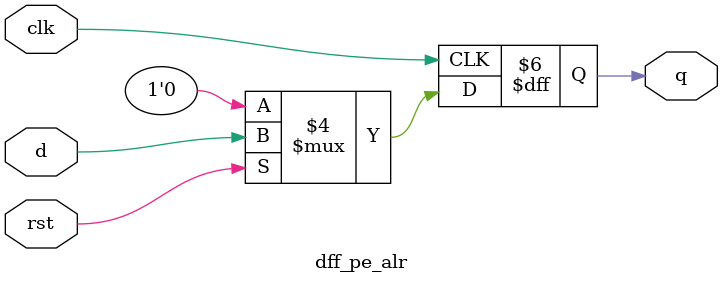
<source format=v>
`timescale 1ns / 1ps


module dff_pe_alr(
    input d,rst,clk,
    output reg q
    );
    always@(posedge clk)
        if(!rst)
        q<=1'b0;
        else 
        q<=d;
endmodule

</source>
